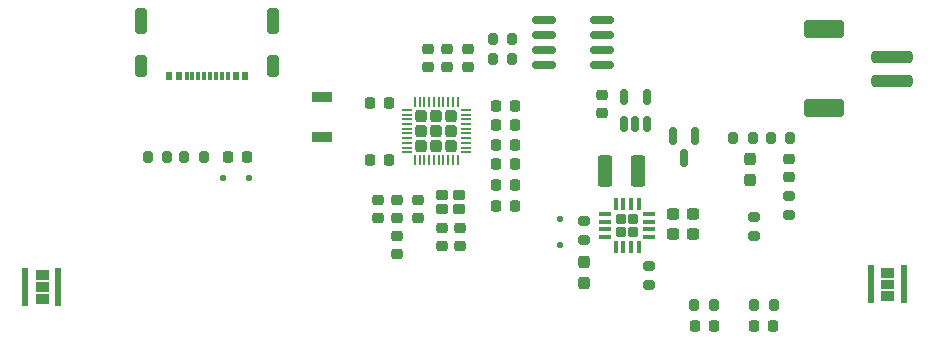
<source format=gbr>
%TF.GenerationSoftware,KiCad,Pcbnew,7.0.2*%
%TF.CreationDate,2023-06-13T00:37:22+02:00*%
%TF.ProjectId,DisplayU_Sisterboard,44697370-6c61-4795-955f-536973746572,rev?*%
%TF.SameCoordinates,Original*%
%TF.FileFunction,Paste,Top*%
%TF.FilePolarity,Positive*%
%FSLAX46Y46*%
G04 Gerber Fmt 4.6, Leading zero omitted, Abs format (unit mm)*
G04 Created by KiCad (PCBNEW 7.0.2) date 2023-06-13 00:37:22*
%MOMM*%
%LPD*%
G01*
G04 APERTURE LIST*
G04 Aperture macros list*
%AMRoundRect*
0 Rectangle with rounded corners*
0 $1 Rounding radius*
0 $2 $3 $4 $5 $6 $7 $8 $9 X,Y pos of 4 corners*
0 Add a 4 corners polygon primitive as box body*
4,1,4,$2,$3,$4,$5,$6,$7,$8,$9,$2,$3,0*
0 Add four circle primitives for the rounded corners*
1,1,$1+$1,$2,$3*
1,1,$1+$1,$4,$5*
1,1,$1+$1,$6,$7*
1,1,$1+$1,$8,$9*
0 Add four rect primitives between the rounded corners*
20,1,$1+$1,$2,$3,$4,$5,0*
20,1,$1+$1,$4,$5,$6,$7,0*
20,1,$1+$1,$6,$7,$8,$9,0*
20,1,$1+$1,$8,$9,$2,$3,0*%
%AMFreePoly0*
4,1,17,0.307538,1.085355,0.485355,0.907538,0.500000,0.872183,0.500000,-0.872183,0.485355,-0.907538,0.307538,-1.085355,0.272183,-1.100000,-0.272183,-1.100000,-0.307538,-1.085355,-0.485355,-0.907538,-0.500000,-0.872182,-0.500000,0.872183,-0.485355,0.907538,-0.307538,1.085355,-0.272183,1.100000,0.272183,1.100000,0.307538,1.085355,0.307538,1.085355,$1*%
%AMFreePoly1*
4,1,17,0.307538,0.885355,0.485355,0.707538,0.500000,0.672183,0.500000,-0.672183,0.485355,-0.707538,0.307538,-0.885355,0.272183,-0.900000,-0.272183,-0.900000,-0.307538,-0.885355,-0.485355,-0.707538,-0.500000,-0.672183,-0.500000,0.672183,-0.485355,0.707538,-0.307538,0.885355,-0.272183,0.900000,0.272183,0.900000,0.307538,0.885355,0.307538,0.885355,$1*%
G04 Aperture macros list end*
%ADD10C,0.010000*%
%ADD11RoundRect,0.225000X0.250000X-0.225000X0.250000X0.225000X-0.250000X0.225000X-0.250000X-0.225000X0*%
%ADD12RoundRect,0.218750X-0.218750X-0.256250X0.218750X-0.256250X0.218750X0.256250X-0.218750X0.256250X0*%
%ADD13RoundRect,0.125000X-0.125000X-0.125000X0.125000X-0.125000X0.125000X0.125000X-0.125000X0.125000X0*%
%ADD14RoundRect,0.225000X-0.250000X0.225000X-0.250000X-0.225000X0.250000X-0.225000X0.250000X0.225000X0*%
%ADD15RoundRect,0.200000X0.275000X-0.200000X0.275000X0.200000X-0.275000X0.200000X-0.275000X-0.200000X0*%
%ADD16RoundRect,0.250000X-0.260000X0.260000X-0.260000X-0.260000X0.260000X-0.260000X0.260000X0.260000X0*%
%ADD17RoundRect,0.050000X-0.050000X0.337500X-0.050000X-0.337500X0.050000X-0.337500X0.050000X0.337500X0*%
%ADD18RoundRect,0.050000X-0.337500X0.050000X-0.337500X-0.050000X0.337500X-0.050000X0.337500X0.050000X0*%
%ADD19RoundRect,0.250000X-1.500000X0.250000X-1.500000X-0.250000X1.500000X-0.250000X1.500000X0.250000X0*%
%ADD20RoundRect,0.250001X-1.449999X0.499999X-1.449999X-0.499999X1.449999X-0.499999X1.449999X0.499999X0*%
%ADD21RoundRect,0.200000X0.200000X0.275000X-0.200000X0.275000X-0.200000X-0.275000X0.200000X-0.275000X0*%
%ADD22R,0.540000X0.800000*%
%ADD23R,0.300000X0.800000*%
%ADD24FreePoly0,0.000000*%
%ADD25FreePoly1,0.000000*%
%ADD26RoundRect,0.125000X-0.125000X0.125000X-0.125000X-0.125000X0.125000X-0.125000X0.125000X0.125000X0*%
%ADD27RoundRect,0.150000X-0.825000X-0.150000X0.825000X-0.150000X0.825000X0.150000X-0.825000X0.150000X0*%
%ADD28RoundRect,0.237500X0.300000X0.237500X-0.300000X0.237500X-0.300000X-0.237500X0.300000X-0.237500X0*%
%ADD29RoundRect,0.225000X-0.225000X-0.250000X0.225000X-0.250000X0.225000X0.250000X-0.225000X0.250000X0*%
%ADD30RoundRect,0.237500X-0.237500X0.300000X-0.237500X-0.300000X0.237500X-0.300000X0.237500X0.300000X0*%
%ADD31RoundRect,0.200000X-0.200000X-0.275000X0.200000X-0.275000X0.200000X0.275000X-0.200000X0.275000X0*%
%ADD32RoundRect,0.218750X0.218750X0.256250X-0.218750X0.256250X-0.218750X-0.256250X0.218750X-0.256250X0*%
%ADD33RoundRect,0.102000X-0.373000X-0.323000X0.373000X-0.323000X0.373000X0.323000X-0.373000X0.323000X0*%
%ADD34R,0.500000X3.300000*%
%ADD35RoundRect,0.200000X-0.275000X0.200000X-0.275000X-0.200000X0.275000X-0.200000X0.275000X0.200000X0*%
%ADD36RoundRect,0.217500X-0.217500X0.217500X-0.217500X-0.217500X0.217500X-0.217500X0.217500X0.217500X0*%
%ADD37RoundRect,0.075000X-0.075000X0.462500X-0.075000X-0.462500X0.075000X-0.462500X0.075000X0.462500X0*%
%ADD38RoundRect,0.075000X-0.462500X0.075000X-0.462500X-0.075000X0.462500X-0.075000X0.462500X0.075000X0*%
%ADD39RoundRect,0.225000X0.225000X0.250000X-0.225000X0.250000X-0.225000X-0.250000X0.225000X-0.250000X0*%
%ADD40RoundRect,0.218750X-0.256250X0.218750X-0.256250X-0.218750X0.256250X-0.218750X0.256250X0.218750X0*%
%ADD41RoundRect,0.218750X0.256250X-0.218750X0.256250X0.218750X-0.256250X0.218750X-0.256250X-0.218750X0*%
%ADD42RoundRect,0.250000X-0.375000X-1.075000X0.375000X-1.075000X0.375000X1.075000X-0.375000X1.075000X0*%
%ADD43RoundRect,0.150000X-0.150000X0.587500X-0.150000X-0.587500X0.150000X-0.587500X0.150000X0.587500X0*%
%ADD44RoundRect,0.150000X0.150000X-0.512500X0.150000X0.512500X-0.150000X0.512500X-0.150000X-0.512500X0*%
%ADD45R,1.700000X0.900000*%
G04 APERTURE END LIST*
%TO.C,D3*%
D10*
X-3893658Y-235159990D02*
X-4905000Y-235159990D01*
X-4905000Y-234411651D01*
X-3893658Y-234411651D01*
X-3893658Y-235159990D01*
G36*
X-3893658Y-235159990D02*
G01*
X-4905000Y-235159990D01*
X-4905000Y-234411651D01*
X-3893658Y-234411651D01*
X-3893658Y-235159990D01*
G37*
X-3894142Y-233159990D02*
X-4905000Y-233159990D01*
X-4905000Y-232407660D01*
X-3894142Y-232407660D01*
X-3894142Y-233159990D01*
G36*
X-3894142Y-233159990D02*
G01*
X-4905000Y-233159990D01*
X-4905000Y-232407660D01*
X-3894142Y-232407660D01*
X-3894142Y-233159990D01*
G37*
X-3894510Y-234159990D02*
X-4905000Y-234159990D01*
X-4905000Y-233409626D01*
X-3894510Y-233409626D01*
X-3894510Y-234159990D01*
G36*
X-3894510Y-234159990D02*
G01*
X-4905000Y-234159990D01*
X-4905000Y-233409626D01*
X-3894510Y-233409626D01*
X-3894510Y-234159990D01*
G37*
%TO.C,D2*%
X-75495000Y-233373339D02*
X-76506342Y-233373339D01*
X-76506342Y-232625000D01*
X-75495000Y-232625000D01*
X-75495000Y-233373339D01*
G36*
X-75495000Y-233373339D02*
G01*
X-76506342Y-233373339D01*
X-76506342Y-232625000D01*
X-75495000Y-232625000D01*
X-75495000Y-233373339D01*
G37*
X-75495000Y-235377330D02*
X-76505858Y-235377330D01*
X-76505858Y-234625000D01*
X-75495000Y-234625000D01*
X-75495000Y-235377330D01*
G36*
X-75495000Y-235377330D02*
G01*
X-76505858Y-235377330D01*
X-76505858Y-234625000D01*
X-75495000Y-234625000D01*
X-75495000Y-235377330D01*
G37*
X-75495000Y-234375364D02*
X-76505490Y-234375364D01*
X-76505490Y-233625000D01*
X-75495000Y-233625000D01*
X-75495000Y-234375364D01*
G36*
X-75495000Y-234375364D02*
G01*
X-76505490Y-234375364D01*
X-76505490Y-233625000D01*
X-75495000Y-233625000D01*
X-75495000Y-234375364D01*
G37*
%TD*%
D11*
%TO.C,C17*%
X-39871000Y-215397500D03*
X-39871000Y-213847500D03*
%TD*%
D12*
%TO.C,L4*%
X-37518200Y-222005400D03*
X-35943200Y-222005400D03*
%TD*%
D13*
%TO.C,D4*%
X-60650000Y-224820000D03*
X-58450000Y-224820000D03*
%TD*%
D14*
%TO.C,C6*%
X-40596000Y-229044000D03*
X-40596000Y-230594000D03*
%TD*%
D15*
%TO.C,R12*%
X-30095600Y-230092200D03*
X-30095600Y-228442200D03*
%TD*%
D16*
%TO.C,U1*%
X-41327500Y-219567000D03*
X-42597500Y-219567000D03*
X-43867500Y-219567000D03*
X-41327500Y-220837000D03*
X-42597500Y-220837000D03*
X-43867500Y-220837000D03*
X-41327500Y-222107000D03*
X-42597500Y-222107000D03*
X-43867500Y-222107000D03*
D17*
X-40797500Y-218349500D03*
X-41197500Y-218349500D03*
X-41597500Y-218349500D03*
X-41997500Y-218349500D03*
X-42397500Y-218349500D03*
X-42797500Y-218349500D03*
X-43197500Y-218349500D03*
X-43597500Y-218349500D03*
X-43997500Y-218349500D03*
X-44397500Y-218349500D03*
D18*
X-45085000Y-219037000D03*
X-45085000Y-219437000D03*
X-45085000Y-219837000D03*
X-45085000Y-220237000D03*
X-45085000Y-220637000D03*
X-45085000Y-221037000D03*
X-45085000Y-221437000D03*
X-45085000Y-221837000D03*
X-45085000Y-222237000D03*
X-45085000Y-222637000D03*
D17*
X-44397500Y-223324500D03*
X-43997500Y-223324500D03*
X-43597500Y-223324500D03*
X-43197500Y-223324500D03*
X-42797500Y-223324500D03*
X-42397500Y-223324500D03*
X-41997500Y-223324500D03*
X-41597500Y-223324500D03*
X-41197500Y-223324500D03*
X-40797500Y-223324500D03*
D18*
X-40110000Y-222637000D03*
X-40110000Y-222237000D03*
X-40110000Y-221837000D03*
X-40110000Y-221437000D03*
X-40110000Y-221037000D03*
X-40110000Y-220637000D03*
X-40110000Y-220237000D03*
X-40110000Y-219837000D03*
X-40110000Y-219437000D03*
X-40110000Y-219037000D03*
%TD*%
D19*
%TO.C,J1*%
X-3982600Y-214569800D03*
X-3982600Y-216569800D03*
D20*
X-9732600Y-212219800D03*
X-9732600Y-218919800D03*
%TD*%
D21*
%TO.C,R7*%
X-15824200Y-221437200D03*
X-17474200Y-221437200D03*
%TD*%
D14*
%TO.C,C16*%
X-44121500Y-226653000D03*
X-44121500Y-228203000D03*
%TD*%
D22*
%TO.C,J2*%
X-65191150Y-216200000D03*
X-58791150Y-216200000D03*
X-64391150Y-216200000D03*
X-59591150Y-216200000D03*
D23*
X-60741150Y-216200000D03*
X-61741150Y-216200000D03*
X-62241150Y-216200000D03*
X-63241150Y-216200000D03*
X-63741150Y-216200000D03*
X-62741150Y-216200000D03*
X-61241150Y-216200000D03*
X-60233150Y-216200000D03*
D24*
X-67566450Y-211500000D03*
D25*
X-67566450Y-215300000D03*
D24*
X-56415850Y-211500000D03*
D25*
X-56415550Y-215300000D03*
%TD*%
D21*
%TO.C,R13*%
X-19114000Y-235585000D03*
X-20764000Y-235585000D03*
%TD*%
D26*
%TO.C,D5*%
X-32127600Y-228314200D03*
X-32127600Y-230514200D03*
%TD*%
D27*
%TO.C,Q1*%
X-33477700Y-211413600D03*
X-33477700Y-212683600D03*
X-33477700Y-213953600D03*
X-33477700Y-215223600D03*
X-28527700Y-215223600D03*
X-28527700Y-213953600D03*
X-28527700Y-212683600D03*
X-28527700Y-211413600D03*
%TD*%
D28*
%TO.C,C13*%
X-20821100Y-229522700D03*
X-22546100Y-229522700D03*
%TD*%
D29*
%TO.C,C4*%
X-37505700Y-225434400D03*
X-35955700Y-225434400D03*
%TD*%
D21*
%TO.C,R5*%
X-36175000Y-214750000D03*
X-37825000Y-214750000D03*
%TD*%
D29*
%TO.C,C15*%
X-37505700Y-218703400D03*
X-35955700Y-218703400D03*
%TD*%
D30*
%TO.C,C10*%
X-30093800Y-231944500D03*
X-30093800Y-233669500D03*
%TD*%
D31*
%TO.C,R11*%
X-67035000Y-223010000D03*
X-65385000Y-223010000D03*
%TD*%
D32*
%TO.C,D12*%
X-19126000Y-237363000D03*
X-20701000Y-237363000D03*
%TD*%
%TO.C,D10*%
X-14097000Y-237363000D03*
X-15672000Y-237363000D03*
%TD*%
D30*
%TO.C,C14*%
X-16078200Y-223241700D03*
X-16078200Y-224966700D03*
%TD*%
D33*
%TO.C,X1*%
X-42120000Y-227400000D03*
X-40670000Y-227400000D03*
X-40670000Y-226250000D03*
X-42120000Y-226250000D03*
%TD*%
D34*
%TO.C,D3*%
X-3000000Y-233784990D03*
X-5800000Y-233784990D03*
%TD*%
D11*
%TO.C,C1*%
X-41649000Y-215423500D03*
X-41649000Y-213873500D03*
%TD*%
D35*
%TO.C,R3*%
X-12776200Y-226327200D03*
X-12776200Y-227977200D03*
%TD*%
D36*
%TO.C,U4*%
X-25900600Y-228283700D03*
X-26980600Y-228283700D03*
X-25900600Y-229363700D03*
X-26980600Y-229363700D03*
D37*
X-25465600Y-226986200D03*
X-26115600Y-226986200D03*
X-26765600Y-226986200D03*
X-27415600Y-226986200D03*
D38*
X-28278100Y-227848700D03*
X-28278100Y-228498700D03*
X-28278100Y-229148700D03*
X-28278100Y-229798700D03*
D37*
X-27415600Y-230661200D03*
X-26765600Y-230661200D03*
X-26115600Y-230661200D03*
X-25465600Y-230661200D03*
D38*
X-24603100Y-229798700D03*
X-24603100Y-229148700D03*
X-24603100Y-228498700D03*
X-24603100Y-227848700D03*
%TD*%
D39*
%TO.C,C19*%
X-46624500Y-218430500D03*
X-48174500Y-218430500D03*
%TD*%
D40*
%TO.C,F5*%
X-12776200Y-223164200D03*
X-12776200Y-224739200D03*
%TD*%
D21*
%TO.C,R9*%
X-62294000Y-223042000D03*
X-63944000Y-223042000D03*
%TD*%
D31*
%TO.C,R10*%
X-15684000Y-235585000D03*
X-14034000Y-235585000D03*
%TD*%
D40*
%TO.C,L2*%
X-45899500Y-229701500D03*
X-45899500Y-231276500D03*
%TD*%
D32*
%TO.C,L3*%
X-35968700Y-220354400D03*
X-37543700Y-220354400D03*
%TD*%
D21*
%TO.C,R6*%
X-12649200Y-221437200D03*
X-14299200Y-221437200D03*
%TD*%
D40*
%TO.C,L1*%
X-45899500Y-226653500D03*
X-45899500Y-228228500D03*
%TD*%
D14*
%TO.C,C7*%
X-42120000Y-229044000D03*
X-42120000Y-230594000D03*
%TD*%
D41*
%TO.C,F1*%
X-28600200Y-219319700D03*
X-28600200Y-217744700D03*
%TD*%
D42*
%TO.C,L5*%
X-28290600Y-224188700D03*
X-25490600Y-224188700D03*
%TD*%
D11*
%TO.C,C3*%
X-47550500Y-228216000D03*
X-47550500Y-226666000D03*
%TD*%
D15*
%TO.C,R2*%
X-15700000Y-229750000D03*
X-15700000Y-228100000D03*
%TD*%
D34*
%TO.C,D2*%
X-77400000Y-234000000D03*
X-74600000Y-234000000D03*
%TD*%
D35*
%TO.C,R14*%
X-24604600Y-232253700D03*
X-24604600Y-233903700D03*
%TD*%
D11*
%TO.C,C18*%
X-43300000Y-215397500D03*
X-43300000Y-213847500D03*
%TD*%
D21*
%TO.C,R4*%
X-36175000Y-213000000D03*
X-37825000Y-213000000D03*
%TD*%
D29*
%TO.C,C21*%
X-60198000Y-223042000D03*
X-58648000Y-223042000D03*
%TD*%
D43*
%TO.C,Q2*%
X-20659600Y-221263200D03*
X-22559600Y-221263200D03*
X-21609600Y-223138200D03*
%TD*%
D39*
%TO.C,C20*%
X-46624500Y-223256500D03*
X-48174500Y-223256500D03*
%TD*%
D29*
%TO.C,C5*%
X-37505700Y-223656400D03*
X-35955700Y-223656400D03*
%TD*%
D28*
%TO.C,C12*%
X-20821100Y-227871700D03*
X-22546100Y-227871700D03*
%TD*%
D29*
%TO.C,C2*%
X-37505700Y-227212400D03*
X-35955700Y-227212400D03*
%TD*%
D44*
%TO.C,U3*%
X-26690200Y-220203100D03*
X-25740200Y-220203100D03*
X-24790200Y-220203100D03*
X-24790200Y-217928100D03*
X-26690200Y-217928100D03*
%TD*%
D45*
%TO.C,RST*%
X-52298600Y-221333800D03*
X-52298600Y-217933800D03*
%TD*%
M02*

</source>
